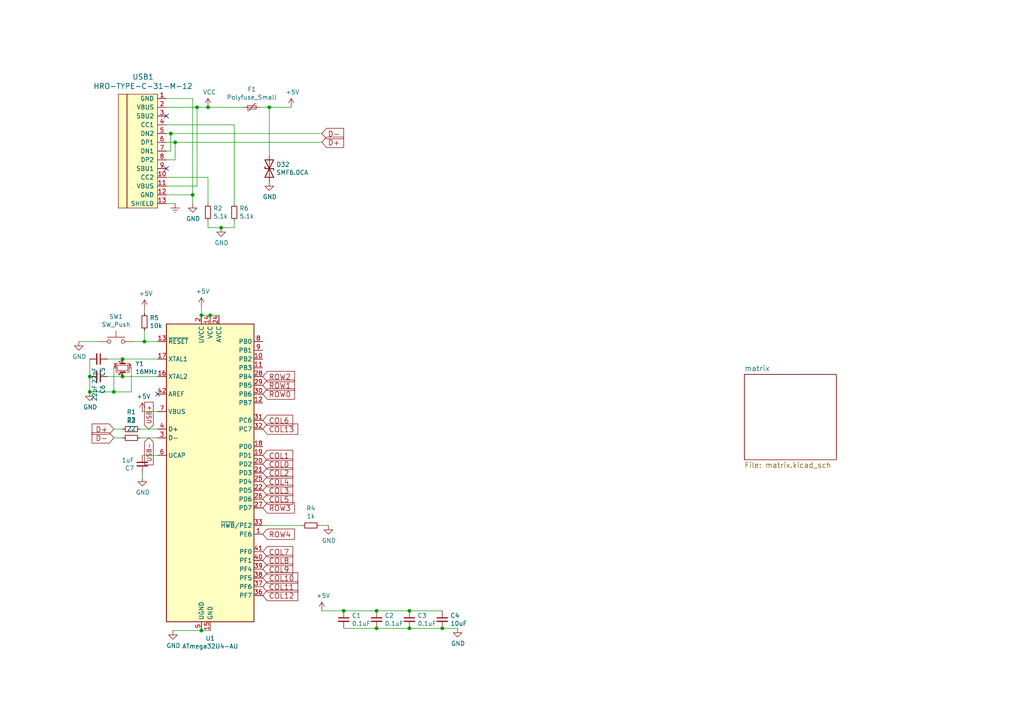
<source format=kicad_sch>
(kicad_sch (version 20211123) (generator eeschema)
  (paper "A4")
  (lib_symbols
    (symbol "Device:C_Small" (pin_numbers hide) (pin_names (offset 0.254) hide)
      (property "Reference" "C" (at 0.254 1.778 0))
      (property "Value" "C_Small" (at 0.254 -2.032 0))
      (symbol "C_Small_0_1"
        (polyline (pts (xy -1.524 -0.508) (xy 1.524 -0.508)) (stroke (width 0.3302)))
        (polyline (pts (xy -1.524 0.508) (xy 1.524 0.508)) (stroke (width 0.3048)))
      )
      (symbol "C_Small_1_1"
        (pin passive line (at 0 2.54 270) (length 2.032) (name "~") (number "1"))
        (pin passive line (at 0 -2.54 90) (length 2.032) (name "~") (number "2"))
      )
    )
    (symbol "Device:Crystal_GND24_Small" (pin_names (offset 1.016) hide)
      (property "Reference" "Y" (at 1.27 4.445 0))
      (property "Value" "Crystal_GND24_Small" (at 1.27 2.54 0))
      (symbol "Crystal_GND24_Small_0_1"
        (rectangle (start -0.762 -1.524) (end 0.762 1.524))
        (polyline (pts (xy -1.27 -0.762) (xy -1.27 0.762)) (stroke (width 0.381)))
        (polyline (pts (xy 1.27 -0.762) (xy 1.27 0.762)) (stroke (width 0.381)))
        (polyline (pts (xy -1.27 -1.27) (xy -1.27 -1.905) (xy 1.27 -1.905) (xy 1.27 -1.27)))
        (polyline (pts (xy -1.27 1.27) (xy -1.27 1.905) (xy 1.27 1.905) (xy 1.27 1.27)))
      )
      (symbol "Crystal_GND24_Small_1_1"
        (pin passive line (at -2.54 0 0) (length 1.27) (name "1") (number "1"))
        (pin passive line (at 0 -2.54 90) (length 0.635) (name "2") (number "2"))
        (pin passive line (at 2.54 0 180) (length 1.27) (name "3") (number "3"))
        (pin passive line (at 0 2.54 270) (length 0.635) (name "4") (number "4"))
      )
    )
    (symbol "Device:D_TVS" (pin_numbers hide) (pin_names (offset 1.016) hide)
      (property "Reference" "D" (at 0 2.54 0))
      (property "Value" "D_TVS" (at 0 -2.54 0))
      (symbol "D_TVS_0_1"
        (polyline (pts (xy 1.27 0) (xy -1.27 0)))
        (polyline (pts (xy 0.508 1.27) (xy 0 1.27) (xy 0 -1.27) (xy -0.508 -1.27)) (stroke (width 0.254)))
        (polyline (pts (xy -2.54 1.27) (xy -2.54 -1.27) (xy 2.54 1.27) (xy 2.54 -1.27) (xy -2.54 1.27)) (stroke (width 0.254)))
      )
      (symbol "D_TVS_1_1"
        (pin passive line (at -3.81 0 0) (length 2.54) (name "A1") (number "1"))
        (pin passive line (at 3.81 0 180) (length 2.54) (name "A2") (number "2"))
      )
    )
    (symbol "Device:Polyfuse_Small" (pin_numbers hide) (pin_names (offset 0))
      (property "Reference" "F" (at -1.905 0 90))
      (property "Value" "Polyfuse_Small" (at 1.905 0 90))
      (symbol "Polyfuse_Small_0_1"
        (rectangle (start -0.508 1.27) (end 0.508 -1.27))
        (polyline (pts (xy 0 2.54) (xy 0 -2.54)))
        (polyline (pts (xy -1.016 1.27) (xy -1.016 0.762) (xy 1.016 -0.762) (xy 1.016 -1.27)))
      )
      (symbol "Polyfuse_Small_1_1"
        (pin passive line (at 0 2.54 270) (length 0.635) (name "~") (number "1"))
        (pin passive line (at 0 -2.54 90) (length 0.635) (name "~") (number "2"))
      )
    )
    (symbol "Device:R_Small" (pin_numbers hide) (pin_names (offset 0.254) hide)
      (property "Reference" "R" (at 0.762 0.508 0))
      (property "Value" "R_Small" (at 0.762 -1.016 0))
      (symbol "R_Small_0_1"
        (rectangle (start -0.762 1.778) (end 0.762 -1.778) (stroke (width 0.2032)))
      )
      (symbol "R_Small_1_1"
        (pin passive line (at 0 2.54 270) (length 0.762) (name "~") (number "1"))
        (pin passive line (at 0 -2.54 90) (length 0.762) (name "~") (number "2"))
      )
    )
    (symbol "Switch:SW_Push" (pin_numbers hide) (pin_names (offset 1.016) hide)
      (property "Reference" "SW" (at 1.27 2.54 0))
      (property "Value" "SW_Push" (at 0 -1.524 0))
      (symbol "SW_Push_0_1"
        (circle (center -2.032 0) (radius 0.508))
        (polyline (pts (xy 0 1.27) (xy 0 3.048)))
        (polyline (pts (xy 2.54 1.27) (xy -2.54 1.27)))
        (circle (center 2.032 0) (radius 0.508))
        (pin passive line (at -5.08 0 0) (length 2.54) (name "1") (number "1"))
        (pin passive line (at 5.08 0 180) (length 2.54) (name "2") (number "2"))
      )
    )
    (symbol "X60-rescue:ATmega32U4-AU-MCU_Microchip_ATmega"
      (property "Reference" "U" (at -12.7 44.45 0))
      (property "Value" "ATmega32U4-AU-MCU_Microchip_ATmega" (at 2.54 -44.45 0))
      (symbol "ATmega32U4-AU-MCU_Microchip_ATmega_0_1"
        (rectangle (start -12.7 -43.18) (end 12.7 43.18) (stroke (width 0.254)) (fill (type background)))
      )
      (symbol "ATmega32U4-AU-MCU_Microchip_ATmega_1_1"
        (pin bidirectional line (at 15.24 -17.78 180) (length 2.54) (name "PE6") (number "1"))
        (pin bidirectional line (at 15.24 33.02 180) (length 2.54) (name "PB2") (number "10"))
        (pin bidirectional line (at 15.24 30.48 180) (length 2.54) (name "PB3") (number "11"))
        (pin bidirectional line (at 15.24 20.32 180) (length 2.54) (name "PB7") (number "12"))
        (pin input line (at -15.24 38.1 0) (length 2.54) (name "~{RESET}") (number "13"))
        (pin power_in line (at 0 45.72 270) (length 2.54) (name "VCC") (number "14"))
        (pin power_in line (at 0 -45.72 90) (length 2.54) (name "GND") (number "15"))
        (pin output line (at -15.24 27.94 0) (length 2.54) (name "XTAL2") (number "16"))
        (pin input line (at -15.24 33.02 0) (length 2.54) (name "XTAL1") (number "17"))
        (pin bidirectional line (at 15.24 7.62 180) (length 2.54) (name "PD0") (number "18"))
        (pin bidirectional line (at 15.24 5.08 180) (length 2.54) (name "PD1") (number "19"))
        (pin power_in line (at -2.54 45.72 270) (length 2.54) (name "UVCC") (number "2"))
        (pin bidirectional line (at 15.24 2.54 180) (length 2.54) (name "PD2") (number "20"))
        (pin bidirectional line (at 15.24 0 180) (length 2.54) (name "PD3") (number "21"))
        (pin bidirectional line (at 15.24 -5.08 180) (length 2.54) (name "PD5") (number "22"))
        (pin passive line (at 0 -45.72 90) (length 2.54) hide (name "GND") (number "23"))
        (pin power_in line (at 2.54 45.72 270) (length 2.54) (name "AVCC") (number "24"))
        (pin bidirectional line (at 15.24 -2.54 180) (length 2.54) (name "PD4") (number "25"))
        (pin bidirectional line (at 15.24 -7.62 180) (length 2.54) (name "PD6") (number "26"))
        (pin bidirectional line (at 15.24 -10.16 180) (length 2.54) (name "PD7") (number "27"))
        (pin bidirectional line (at 15.24 27.94 180) (length 2.54) (name "PB4") (number "28"))
        (pin bidirectional line (at 15.24 25.4 180) (length 2.54) (name "PB5") (number "29"))
        (pin bidirectional line (at -15.24 10.16 0) (length 2.54) (name "D-") (number "3"))
        (pin bidirectional line (at 15.24 22.86 180) (length 2.54) (name "PB6") (number "30"))
        (pin bidirectional line (at 15.24 15.24 180) (length 2.54) (name "PC6") (number "31"))
        (pin bidirectional line (at 15.24 12.7 180) (length 2.54) (name "PC7") (number "32"))
        (pin bidirectional line (at 15.24 -15.24 180) (length 2.54) (name "~{HWB}/PE2") (number "33"))
        (pin passive line (at 0 45.72 270) (length 2.54) hide (name "VCC") (number "34"))
        (pin passive line (at 0 -45.72 90) (length 2.54) hide (name "GND") (number "35"))
        (pin bidirectional line (at 15.24 -35.56 180) (length 2.54) (name "PF7") (number "36"))
        (pin bidirectional line (at 15.24 -33.02 180) (length 2.54) (name "PF6") (number "37"))
        (pin bidirectional line (at 15.24 -30.48 180) (length 2.54) (name "PF5") (number "38"))
        (pin bidirectional line (at 15.24 -27.94 180) (length 2.54) (name "PF4") (number "39"))
        (pin bidirectional line (at -15.24 12.7 0) (length 2.54) (name "D+") (number "4"))
        (pin bidirectional line (at 15.24 -25.4 180) (length 2.54) (name "PF1") (number "40"))
        (pin bidirectional line (at 15.24 -22.86 180) (length 2.54) (name "PF0") (number "41"))
        (pin passive line (at -15.24 22.86 0) (length 2.54) (name "AREF") (number "42"))
        (pin passive line (at 0 -45.72 90) (length 2.54) hide (name "GND") (number "43"))
        (pin passive line (at 2.54 45.72 270) (length 2.54) hide (name "AVCC") (number "44"))
        (pin passive line (at -2.54 -45.72 90) (length 2.54) (name "UGND") (number "5"))
        (pin passive line (at -15.24 5.08 0) (length 2.54) (name "UCAP") (number "6"))
        (pin input line (at -15.24 17.78 0) (length 2.54) (name "VBUS") (number "7"))
        (pin bidirectional line (at 15.24 38.1 180) (length 2.54) (name "PB0") (number "8"))
        (pin bidirectional line (at 15.24 35.56 180) (length 2.54) (name "PB1") (number "9"))
      )
    )
    (symbol "X60-rescue:HRO-TYPE-C-31-M-12-Type-C" (pin_names (offset 1.016))
      (property "Reference" "USB" (at -5.08 16.51 0))
      (property "Value" "HRO-TYPE-C-31-M-12-Type-C" (at -10.16 -1.27 90))
      (symbol "HRO-TYPE-C-31-M-12-Type-C_0_1"
        (rectangle (start -11.43 15.24) (end -8.89 -17.78) (fill (type background)))
        (rectangle (start 0 -17.78) (end -8.89 15.24) (fill (type background)))
      )
      (symbol "HRO-TYPE-C-31-M-12-Type-C_1_1"
        (pin input line (at 2.54 13.97 180) (length 2.54) (name "GND") (number "1"))
        (pin input line (at 2.54 -8.89 180) (length 2.54) (name "CC2") (number "10"))
        (pin input line (at 2.54 -11.43 180) (length 2.54) (name "VBUS") (number "11"))
        (pin input line (at 2.54 -13.97 180) (length 2.54) (name "GND") (number "12"))
        (pin input line (at 2.54 -16.51 180) (length 2.54) (name "SHIELD") (number "13"))
        (pin input line (at 2.54 11.43 180) (length 2.54) (name "VBUS") (number "2"))
        (pin input line (at 2.54 8.89 180) (length 2.54) (name "SBU2") (number "3"))
        (pin input line (at 2.54 6.35 180) (length 2.54) (name "CC1") (number "4"))
        (pin input line (at 2.54 3.81 180) (length 2.54) (name "DN2") (number "5"))
        (pin input line (at 2.54 1.27 180) (length 2.54) (name "DP1") (number "6"))
        (pin input line (at 2.54 -1.27 180) (length 2.54) (name "DN1") (number "7"))
        (pin input line (at 2.54 -3.81 180) (length 2.54) (name "DP2") (number "8"))
        (pin input line (at 2.54 -6.35 180) (length 2.54) (name "SBU1") (number "9"))
      )
    )
    (symbol "power:+5V" (power) (pin_names (offset 0))
      (property "Value" "+5V" (at 0 3.556 0))
      (symbol "+5V_0_1"
        (polyline (pts (xy -0.762 1.27) (xy 0 2.54)))
        (polyline (pts (xy 0 0) (xy 0 2.54)))
        (polyline (pts (xy 0 2.54) (xy 0.762 1.27)))
      )
      (symbol "+5V_1_1"
        (pin power_in line (at 0 0 90) (length 0) hide (name "+5V") (number "1"))
      )
    )
    (symbol "power:Earth" (power) (pin_names (offset 0))
      (symbol "Earth_0_1"
        (polyline (pts (xy -0.635 -1.905) (xy 0.635 -1.905)))
        (polyline (pts (xy -0.127 -2.54) (xy 0.127 -2.54)))
        (polyline (pts (xy 0 -1.27) (xy 0 0)))
        (polyline (pts (xy 1.27 -1.27) (xy -1.27 -1.27)))
      )
      (symbol "Earth_1_1"
        (pin power_in line (at 0 0 270) (length 0) hide (name "Earth") (number "1"))
      )
    )
    (symbol "power:GND" (power) (pin_names (offset 0))
      (property "Value" "GND" (at 0 -3.81 0))
      (symbol "GND_0_1"
        (polyline (pts (xy 0 0) (xy 0 -1.27) (xy 1.27 -1.27) (xy 0 -2.54) (xy -1.27 -1.27) (xy 0 -1.27)))
      )
      (symbol "GND_1_1"
        (pin power_in line (at 0 0 270) (length 0) hide (name "GND") (number "1"))
      )
    )
    (symbol "power:VCC" (power) (pin_names (offset 0))
      (property "Value" "VCC" (at 0 3.81 0))
      (symbol "VCC_0_1"
        (polyline (pts (xy -0.762 1.27) (xy 0 2.54)))
        (polyline (pts (xy 0 0) (xy 0 2.54)))
        (polyline (pts (xy 0 2.54) (xy 0.762 1.27)))
      )
      (symbol "VCC_1_1"
        (pin power_in line (at 0 0 90) (length 0) hide (name "VCC") (number "1"))
      )
    )
  )
  (junction (at 109.22 182.245))
  (junction (at 50.8 41.275))
  (junction (at 41.91 99.06))
  (junction (at 58.42 182.88))
  (junction (at 58.42 91.44))
  (junction (at 118.745 177.165))
  (junction (at 60.325 31.115))
  (junction (at 128.27 182.245))
  (junction (at 49.53 38.735))
  (junction (at 57.15 31.115))
  (junction (at 26.035 113.665))
  (junction (at 60.96 91.44))
  (junction (at 118.745 182.245))
  (junction (at 55.88 56.515))
  (junction (at 78.105 31.115))
  (junction (at 33.02 113.665))
  (junction (at 99.695 177.165))
  (junction (at 26.035 109.22))
  (junction (at 64.135 66.04))
  (junction (at 35.56 104.14))
  (junction (at 35.56 109.22))
  (junction (at 109.22 177.165))
  (no_connect (at 48.26 48.895))
  (no_connect (at 45.72 114.3))
  (no_connect (at 48.26 33.655))
  (wire (pts (xy 118.745 177.165) (xy 128.27 177.165)))
  (wire (pts (xy 55.88 56.515) (xy 48.26 56.515)))
  (wire (pts (xy 33.02 127) (xy 35.56 127)))
  (wire (pts (xy 41.275 119.38) (xy 45.72 119.38)))
  (wire (pts (xy 87.63 152.4) (xy 76.2 152.4)))
  (wire (pts (xy 49.53 38.735) (xy 93.345 38.735)))
  (wire (pts (xy 60.325 66.04) (xy 60.325 64.135)))
  (wire (pts (xy 128.27 182.245) (xy 132.715 182.245)))
  (wire (pts (xy 93.345 177.165) (xy 99.695 177.165)))
  (wire (pts (xy 64.135 66.04) (xy 60.325 66.04)))
  (wire (pts (xy 75.565 31.115) (xy 78.105 31.115)))
  (wire (pts (xy 57.15 53.975) (xy 48.26 53.975)))
  (wire (pts (xy 35.56 104.14) (xy 31.115 104.14)))
  (wire (pts (xy 50.8 59.055) (xy 48.26 59.055)))
  (wire (pts (xy 26.035 109.22) (xy 26.035 113.665)))
  (wire (pts (xy 48.26 38.735) (xy 49.53 38.735)))
  (wire (pts (xy 99.695 177.165) (xy 109.22 177.165)))
  (wire (pts (xy 41.91 99.06) (xy 45.72 99.06)))
  (wire (pts (xy 57.15 31.115) (xy 60.325 31.115)))
  (wire (pts (xy 40.64 127) (xy 45.72 127)))
  (wire (pts (xy 45.72 124.46) (xy 40.64 124.46)))
  (wire (pts (xy 95.25 152.4) (xy 92.71 152.4)))
  (wire (pts (xy 26.035 113.665) (xy 33.02 113.665)))
  (wire (pts (xy 67.945 66.04) (xy 67.945 64.135)))
  (wire (pts (xy 33.02 124.46) (xy 35.56 124.46)))
  (wire (pts (xy 26.035 104.14) (xy 26.035 109.22)))
  (wire (pts (xy 60.96 182.88) (xy 58.42 182.88)))
  (wire (pts (xy 41.275 138.43) (xy 41.275 137.16)))
  (wire (pts (xy 58.42 91.44) (xy 60.96 91.44)))
  (wire (pts (xy 78.105 45.085) (xy 78.105 31.115)))
  (wire (pts (xy 38.1 106.68) (xy 38.1 113.665)))
  (wire (pts (xy 99.695 182.245) (xy 109.22 182.245)))
  (wire (pts (xy 78.105 31.115) (xy 84.455 31.115)))
  (wire (pts (xy 60.325 31.115) (xy 70.485 31.115)))
  (wire (pts (xy 109.22 177.165) (xy 118.745 177.165)))
  (wire (pts (xy 50.165 182.88) (xy 58.42 182.88)))
  (wire (pts (xy 50.8 46.355) (xy 50.8 41.275)))
  (wire (pts (xy 50.8 41.275) (xy 48.26 41.275)))
  (wire (pts (xy 41.91 99.06) (xy 38.735 99.06)))
  (wire (pts (xy 41.91 95.885) (xy 41.91 99.06)))
  (wire (pts (xy 22.86 99.06) (xy 28.575 99.06)))
  (wire (pts (xy 109.22 182.245) (xy 118.745 182.245)))
  (wire (pts (xy 55.88 59.055) (xy 55.88 56.515)))
  (wire (pts (xy 50.8 41.275) (xy 93.345 41.275)))
  (wire (pts (xy 60.325 59.055) (xy 60.325 51.435)))
  (wire (pts (xy 67.945 59.055) (xy 67.945 36.195)))
  (wire (pts (xy 41.275 132.08) (xy 45.72 132.08)))
  (wire (pts (xy 64.135 66.04) (xy 67.945 66.04)))
  (wire (pts (xy 48.26 28.575) (xy 55.88 28.575)))
  (wire (pts (xy 60.325 51.435) (xy 48.26 51.435)))
  (wire (pts (xy 35.56 109.22) (xy 45.72 109.22)))
  (wire (pts (xy 58.42 88.9) (xy 58.42 91.44)))
  (wire (pts (xy 33.02 113.665) (xy 33.02 106.68)))
  (wire (pts (xy 55.88 28.575) (xy 55.88 56.515)))
  (wire (pts (xy 41.91 89.535) (xy 41.91 90.805)))
  (wire (pts (xy 31.115 109.22) (xy 35.56 109.22)))
  (wire (pts (xy 48.26 46.355) (xy 50.8 46.355)))
  (wire (pts (xy 38.1 113.665) (xy 33.02 113.665)))
  (wire (pts (xy 49.53 38.735) (xy 49.53 43.815)))
  (wire (pts (xy 45.72 104.14) (xy 35.56 104.14)))
  (wire (pts (xy 49.53 43.815) (xy 48.26 43.815)))
  (wire (pts (xy 63.5 91.44) (xy 60.96 91.44)))
  (wire (pts (xy 118.745 182.245) (xy 128.27 182.245)))
  (wire (pts (xy 48.26 31.115) (xy 57.15 31.115)))
  (wire (pts (xy 57.15 31.115) (xy 57.15 53.975)))
  (wire (pts (xy 67.945 36.195) (xy 48.26 36.195)))
  (global_label "COL5" (shape input) (at 76.2 144.78 0) (effects (font (size 1.524 1.524))) (property "Intersheet References" "${INTERSHEET_REFS}" (effects hide)))
  (global_label "D+" (shape input) (at 93.345 41.275 0) (effects (font (size 1.524 1.524))) (property "Intersheet References" "${INTERSHEET_REFS}" (effects hide)))
  (global_label "COL0" (shape input) (at 76.2 134.62 0) (effects (font (size 1.524 1.524))) (property "Intersheet References" "${INTERSHEET_REFS}" (effects hide)))
  (global_label "COL11" (shape input) (at 76.2 170.18 0) (effects (font (size 1.524 1.524))) (property "Intersheet References" "${INTERSHEET_REFS}" (effects hide)))
  (global_label "COL6" (shape input) (at 76.2 121.92 0) (effects (font (size 1.524 1.524))) (property "Intersheet References" "${INTERSHEET_REFS}" (effects hide)))
  (global_label "COL1" (shape input) (at 76.2 132.08 0) (effects (font (size 1.524 1.524))) (property "Intersheet References" "${INTERSHEET_REFS}" (effects hide)))
  (global_label "COL13" (shape input) (at 76.2 124.46 0) (effects (font (size 1.524 1.524))) (property "Intersheet References" "${INTERSHEET_REFS}" (effects hide)))
  (global_label "COL8" (shape input) (at 76.2 162.56 0) (effects (font (size 1.524 1.524))) (property "Intersheet References" "${INTERSHEET_REFS}" (effects hide)))
  (global_label "COL3" (shape input) (at 76.2 142.24 0) (effects (font (size 1.524 1.524))) (property "Intersheet References" "${INTERSHEET_REFS}" (effects hide)))
  (global_label "D-" (shape input) (at 93.345 38.735 0) (effects (font (size 1.524 1.524))) (property "Intersheet References" "${INTERSHEET_REFS}" (effects hide)))
  (global_label "ROW0" (shape input) (at 76.2 114.3 0) (effects (font (size 1.524 1.524))) (property "Intersheet References" "${INTERSHEET_REFS}" (effects hide)))
  (global_label "COL10" (shape input) (at 76.2 167.64 0) (effects (font (size 1.524 1.524))) (property "Intersheet References" "${INTERSHEET_REFS}" (effects hide)))
  (global_label "COL4" (shape input) (at 76.2 139.7 0) (effects (font (size 1.524 1.524))) (property "Intersheet References" "${INTERSHEET_REFS}" (effects hide)))
  (global_label "ROW2" (shape input) (at 76.2 109.22 0) (effects (font (size 1.524 1.524))) (property "Intersheet References" "${INTERSHEET_REFS}" (effects hide)))
  (global_label "D-" (shape input) (at 33.02 127 180) (effects (font (size 1.524 1.524))) (property "Intersheet References" "${INTERSHEET_REFS}" (effects hide)))
  (global_label "D+" (shape input) (at 33.02 124.46 180) (effects (font (size 1.524 1.524))) (property "Intersheet References" "${INTERSHEET_REFS}" (effects hide)))
  (global_label "COL9" (shape input) (at 76.2 165.1 0) (effects (font (size 1.524 1.524))) (property "Intersheet References" "${INTERSHEET_REFS}" (effects hide)))
  (global_label "USB+" (shape input) (at 43.18 124.46 90) (property "Intersheet References" "${INTERSHEET_REFS}" (effects hide)))
  (global_label "ROW4" (shape input) (at 76.2 154.94 0) (effects (font (size 1.524 1.524))) (property "Intersheet References" "${INTERSHEET_REFS}" (effects hide)))
  (global_label "COL7" (shape input) (at 76.2 160.02 0) (effects (font (size 1.524 1.524))) (property "Intersheet References" "${INTERSHEET_REFS}" (effects hide)))
  (global_label "USB-" (shape input) (at 43.18 127 270) (property "Intersheet References" "${INTERSHEET_REFS}" (effects hide)))
  (global_label "COL2" (shape input) (at 76.2 137.16 0) (effects (font (size 1.524 1.524))) (property "Intersheet References" "${INTERSHEET_REFS}" (effects hide)))
  (global_label "COL12" (shape input) (at 76.2 172.72 0) (effects (font (size 1.524 1.524))) (property "Intersheet References" "${INTERSHEET_REFS}" (effects hide)))
  (global_label "ROW3" (shape input) (at 76.2 147.32 0) (effects (font (size 1.524 1.524))) (property "Intersheet References" "${INTERSHEET_REFS}" (effects hide)))
  (global_label "ROW1" (shape input) (at 76.2 111.76 0) (effects (font (size 1.524 1.524))) (property "Intersheet References" "${INTERSHEET_REFS}" (effects hide)))
  (symbol (lib_id "Device:C_Small") (at 99.695 179.705 0) (unit 1)
    (property "Reference" "C1" (at 102.0318 178.5366 0) (effects (justify left)))
    (property "Value" "0.1uF" (at 102.0318 180.848 0) (effects (justify left)))
    (property "Footprint" "Capacitor_SMD:C_0603_1608Metric_Pad1.08x0.95mm_HandSolder" (effects hide))
  )
  (symbol (lib_id "power:+5V") (at 84.455 31.115 0) (unit 1)
    (property "Reference" "#PWR0103" (effects hide))
    (property "Value" "+5V" (at 84.836 26.7208 0))
  )
  (symbol (lib_id "Device:C_Small") (at 109.22 179.705 0) (unit 1)
    (property "Reference" "C2" (at 111.5568 178.5366 0) (effects (justify left)))
    (property "Value" "0.1uF" (at 111.5568 180.848 0) (effects (justify left)))
    (property "Footprint" "Capacitor_SMD:C_0603_1608Metric_Pad1.08x0.95mm_HandSolder" (effects hide))
  )
  (symbol (lib_id "Device:C_Small") (at 118.745 179.705 0) (unit 1)
    (property "Reference" "C3" (at 121.0818 178.5366 0) (effects (justify left)))
    (property "Value" "0.1uF" (at 121.0818 180.848 0) (effects (justify left)))
    (property "Footprint" "Capacitor_SMD:C_0603_1608Metric_Pad1.08x0.95mm_HandSolder" (effects hide))
  )
  (symbol (lib_id "Device:C_Small") (at 128.27 179.705 0) (unit 1)
    (property "Reference" "C4" (at 130.6068 178.5366 0) (effects (justify left)))
    (property "Value" "10uF" (at 130.6068 180.848 0) (effects (justify left)))
    (property "Footprint" "Capacitor_SMD:C_0603_1608Metric_Pad1.08x0.95mm_HandSolder" (effects hide))
  )
  (symbol (lib_id "power:GND") (at 132.715 182.245 0) (unit 1)
    (property "Reference" "#PWR0101" (effects hide))
    (property "Value" "GND" (at 132.842 186.6392 0))
  )
  (symbol (lib_id "Device:Crystal_GND24_Small") (at 35.56 106.68 270) (unit 1)
    (property "Reference" "Y1" (at 39.2176 105.5116 90) (effects (justify left)))
    (property "Value" "16MHz" (at 39.2176 107.823 90) (effects (justify left)))
    (property "Footprint" "Crystal:Crystal_SMD_3225-4Pin_3.2x2.5mm" (effects hide))
  )
  (symbol (lib_id "Device:C_Small") (at 28.575 104.14 270) (unit 1)
    (property "Reference" "C5" (at 29.7434 106.4768 0) (effects (justify left)))
    (property "Value" "22pF" (at 27.432 106.4768 0) (effects (justify left)))
    (property "Footprint" "Capacitor_SMD:C_0603_1608Metric_Pad1.08x0.95mm_HandSolder" (effects hide))
  )
  (symbol (lib_id "Device:C_Small") (at 28.575 109.22 270) (unit 1)
    (property "Reference" "C6" (at 29.7434 111.5568 0) (effects (justify left)))
    (property "Value" "22pF" (at 27.432 111.5568 0) (effects (justify left)))
    (property "Footprint" "Capacitor_SMD:C_0603_1608Metric_Pad1.08x0.95mm_HandSolder" (effects hide))
  )
  (symbol (lib_id "power:GND") (at 26.035 113.665 0) (unit 1)
    (property "Reference" "#PWR0102" (effects hide))
    (property "Value" "GND" (at 26.162 118.0592 0))
  )
  (symbol (lib_id "power:+5V") (at 41.275 119.38 0) (unit 1)
    (property "Reference" "#PWR0105" (effects hide))
    (property "Value" "+5V" (at 41.656 114.9858 0))
  )
  (symbol (lib_id "Device:R_Small") (at 38.1 124.46 270) (unit 1)
    (property "Reference" "R1" (at 38.1 119.4816 90))
    (property "Value" "22" (at 38.1 121.793 90))
    (property "Footprint" "Resistor_SMD:R_0603_1608Metric_Pad0.98x0.95mm_HandSolder" (effects hide))
  )
  (symbol (lib_id "Device:R_Small") (at 38.1 127 270) (unit 1)
    (property "Reference" "R3" (at 38.1 122.0216 90))
    (property "Value" "22" (at 38.1 124.333 90))
    (property "Footprint" "Resistor_SMD:R_0603_1608Metric_Pad0.98x0.95mm_HandSolder" (effects hide))
  )
  (symbol (lib_id "Device:C_Small") (at 41.275 134.62 180) (unit 1)
    (property "Reference" "C7" (at 38.9382 135.7884 0) (effects (justify left)))
    (property "Value" "1uF" (at 38.9382 133.477 0) (effects (justify left)))
    (property "Footprint" "Capacitor_SMD:C_0603_1608Metric_Pad1.08x0.95mm_HandSolder" (effects hide))
  )
  (symbol (lib_id "power:GND") (at 41.275 138.43 0) (unit 1)
    (property "Reference" "#PWR0106" (effects hide))
    (property "Value" "GND" (at 41.402 142.8242 0))
  )
  (symbol (lib_id "power:GND") (at 50.165 182.88 0) (unit 1)
    (property "Reference" "#PWR0108" (effects hide))
    (property "Value" "GND" (at 50.292 187.2742 0))
  )
  (symbol (lib_id "power:+5V") (at 58.42 88.9 0) (unit 1)
    (property "Reference" "#PWR0109" (effects hide))
    (property "Value" "+5V" (at 58.801 84.5058 0))
  )
  (symbol (lib_id "Device:R_Small") (at 90.17 152.4 270) (unit 1)
    (property "Reference" "R4" (at 90.17 147.4216 90))
    (property "Value" "1k" (at 90.17 149.733 90))
    (property "Footprint" "Resistor_SMD:R_0603_1608Metric_Pad0.98x0.95mm_HandSolder" (effects hide))
  )
  (symbol (lib_id "power:GND") (at 95.25 152.4 0) (unit 1)
    (property "Reference" "#PWR0110" (effects hide))
    (property "Value" "GND" (at 95.377 156.7942 0))
  )
  (symbol (lib_id "power:+5V") (at 93.345 177.165 0) (unit 1)
    (property "Reference" "#PWR0111" (effects hide))
    (property "Value" "+5V" (at 93.726 172.7708 0))
  )
  (symbol (lib_id "Switch:SW_Push") (at 33.655 99.06 0) (unit 1)
    (property "Reference" "SW1" (at 33.655 91.821 0))
    (property "Value" "SW_Push" (at 33.655 94.1324 0))
    (property "Footprint" "Button_Switch_SMD:SW_SPST_TL3342" (effects hide))
  )
  (symbol (lib_id "Device:R_Small") (at 41.91 93.345 180) (unit 1)
    (property "Reference" "R5" (at 43.4086 92.1766 0) (effects (justify right)))
    (property "Value" "10k" (at 43.4086 94.488 0) (effects (justify right)))
    (property "Footprint" "Resistor_SMD:R_0603_1608Metric_Pad0.98x0.95mm_HandSolder" (effects hide))
  )
  (symbol (lib_id "power:+5V") (at 41.91 89.535 0) (unit 1)
    (property "Reference" "#PWR0107" (effects hide))
    (property "Value" "+5V" (at 42.291 85.1408 0))
  )
  (symbol (lib_id "power:GND") (at 22.86 99.06 0) (unit 1)
    (property "Reference" "#PWR0112" (effects hide))
    (property "Value" "GND" (at 22.987 103.4542 0))
  )
  (symbol (lib_id "X60-rescue:HRO-TYPE-C-31-M-12-Type-C") (at 45.72 42.545 0) (unit 1)
    (property "Reference" "USB1" (at 41.4782 22.3012 0) (effects (font (size 1.524 1.524))))
    (property "Value" "HRO-TYPE-C-31-M-12" (at 41.4782 24.9936 0) (effects (font (size 1.524 1.524))))
    (property "Footprint" "Type-C:HRO-TYPE-C-31-M-12-Assembly" (effects hide))
  )
  (symbol (lib_id "power:Earth") (at 50.8 59.055 0) (unit 1)
    (property "Reference" "#PWR0104" (effects hide))
    (property "Value" "Earth" (effects hide))
  )
  (symbol (lib_id "power:GND") (at 55.88 59.055 0) (unit 1)
    (property "Reference" "#PWR0113" (effects hide))
    (property "Value" "GND" (at 56.007 63.4492 0))
  )
  (symbol (lib_id "Device:Polyfuse_Small") (at 73.025 31.115 270) (unit 1)
    (property "Reference" "F1" (at 73.025 25.908 90))
    (property "Value" "Polyfuse_Small" (at 73.025 28.2194 90))
    (property "Footprint" "Fuse:Fuse_1206_3216Metric" (effects hide))
  )
  (symbol (lib_id "power:VCC") (at 60.325 31.115 0) (unit 1)
    (property "Reference" "#PWR0114" (effects hide))
    (property "Value" "VCC" (at 60.7568 26.7208 0))
  )
  (symbol (lib_id "Device:R_Small") (at 60.325 61.595 180) (unit 1)
    (property "Reference" "R2" (at 61.8236 60.4266 0) (effects (justify right)))
    (property "Value" "5.1k" (at 61.8236 62.738 0) (effects (justify right)))
    (property "Footprint" "Resistor_SMD:R_0603_1608Metric_Pad0.98x0.95mm_HandSolder" (effects hide))
  )
  (symbol (lib_id "Device:R_Small") (at 67.945 61.595 180) (unit 1)
    (property "Reference" "R6" (at 69.4436 60.4266 0) (effects (justify right)))
    (property "Value" "5.1k" (at 69.4436 62.738 0) (effects (justify right)))
    (property "Footprint" "Resistor_SMD:R_0603_1608Metric_Pad0.98x0.95mm_HandSolder" (effects hide))
  )
  (symbol (lib_id "Device:D_TVS") (at 78.105 48.895 90) (unit 1)
    (property "Reference" "D32" (at 80.1116 47.7266 90) (effects (justify right)))
    (property "Value" "SMF6.0CA" (at 80.1116 50.038 90) (effects (justify right)))
    (property "Footprint" "Diode_SMD:D_SOD-123" (effects hide))
  )
  (symbol (lib_id "power:GND") (at 64.135 66.04 0) (unit 1)
    (property "Reference" "#PWR0115" (effects hide))
    (property "Value" "GND" (at 64.262 70.4342 0))
  )
  (symbol (lib_id "power:GND") (at 78.105 52.705 0) (unit 1)
    (property "Reference" "#PWR0120" (effects hide))
    (property "Value" "GND" (at 78.232 57.0992 0))
  )
  (symbol (lib_id "X60-rescue:ATmega32U4-AU-MCU_Microchip_ATmega") (at 60.96 137.16 0) (unit 1)
    (property "Reference" "U1" (at 60.96 185.1406 0))
    (property "Value" "ATmega32U4-AU" (at 60.96 187.452 0))
    (property "Footprint" "Package_QFP:TQFP-44_10x10mm_P0.8mm" (effects hide))
    (property "Datasheet" "http://ww1.microchip.com/downloads/en/DeviceDoc/Atmel-7766-8-bit-AVR-ATmega16U4-32U4_Datasheet.pdf" (effects hide))
  )
  (sheet (at 215.9 108.585) (size 26.67 24.765)
    (property "Sheet name" "matrix" (at 215.9 107.7464 0) (effects (font (size 1.524 1.524)) (justify left bottom)))
    (property "Sheet file" "matrix.kicad_sch" (at 215.9 134.0362 0) (effects (font (size 1.524 1.524)) (justify left top)))
  )
)
</source>
